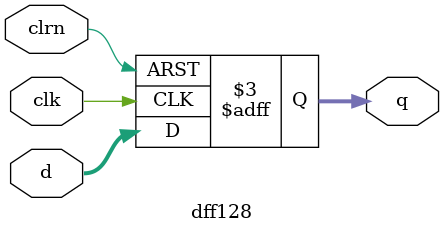
<source format=v>
/************************************************
  The Verilog HDL code example is from the book
  Computer Principles and Design in Verilog HDL
  by Yamin Li, published by A JOHN WILEY & SONS
************************************************/
module dff128 (d,clk,clrn,q);                            // a 32-bit register
    input      [127:0] d;                                // input d
    input             clk, clrn;                        // clock and reset
    output reg [127:0] q;                                // output q
    always @(negedge clrn or posedge clk)
        if (!clrn) q <= 0;                              // q = 0 if reset
        else       q <= d;                              // save d
endmodule

</source>
